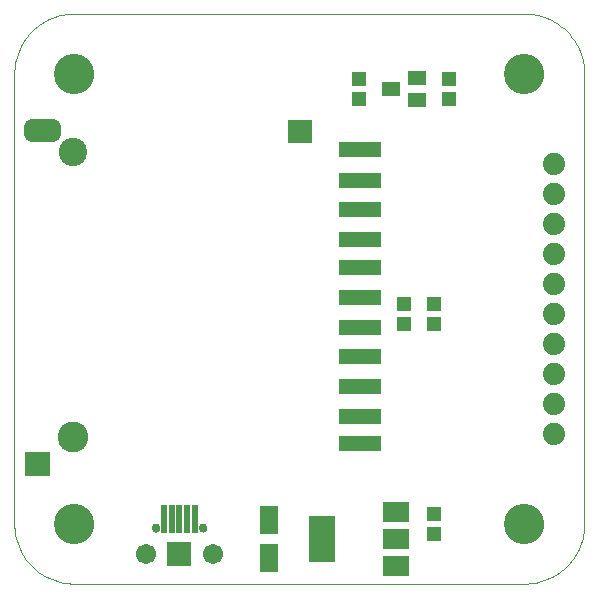
<source format=gts>
G75*
G70*
%OFA0B0*%
%FSLAX24Y24*%
%IPPOS*%
%LPD*%
%AMOC8*
5,1,8,0,0,1.08239X$1,22.5*
%
%ADD10C,0.0000*%
%ADD11C,0.0014*%
%ADD12C,0.0022*%
%ADD13C,0.0525*%
%ADD14C,0.0024*%
%ADD15C,0.1025*%
%ADD16C,0.0946*%
%ADD17R,0.0867X0.0671*%
%ADD18R,0.0867X0.1576*%
%ADD19R,0.0631X0.0946*%
%ADD20R,0.0474X0.0513*%
%ADD21C,0.1340*%
%ADD22R,0.0237X0.0966*%
%ADD23C,0.0297*%
%ADD24C,0.0674*%
%ADD25R,0.0828X0.0828*%
%ADD26C,0.0740*%
%ADD27R,0.0513X0.0474*%
%ADD28R,0.0631X0.0474*%
D10*
X000655Y002655D02*
X000655Y017655D01*
X002025Y017655D02*
X002027Y017705D01*
X002033Y017755D01*
X002043Y017804D01*
X002057Y017852D01*
X002074Y017899D01*
X002095Y017944D01*
X002120Y017988D01*
X002148Y018029D01*
X002180Y018068D01*
X002214Y018105D01*
X002251Y018139D01*
X002291Y018169D01*
X002333Y018196D01*
X002377Y018220D01*
X002423Y018241D01*
X002470Y018257D01*
X002518Y018270D01*
X002568Y018279D01*
X002617Y018284D01*
X002668Y018285D01*
X002718Y018282D01*
X002767Y018275D01*
X002816Y018264D01*
X002864Y018249D01*
X002910Y018231D01*
X002955Y018209D01*
X002998Y018183D01*
X003039Y018154D01*
X003078Y018122D01*
X003114Y018087D01*
X003146Y018049D01*
X003176Y018009D01*
X003203Y017966D01*
X003226Y017922D01*
X003245Y017876D01*
X003261Y017828D01*
X003273Y017779D01*
X003281Y017730D01*
X003285Y017680D01*
X003285Y017630D01*
X003281Y017580D01*
X003273Y017531D01*
X003261Y017482D01*
X003245Y017434D01*
X003226Y017388D01*
X003203Y017344D01*
X003176Y017301D01*
X003146Y017261D01*
X003114Y017223D01*
X003078Y017188D01*
X003039Y017156D01*
X002998Y017127D01*
X002955Y017101D01*
X002910Y017079D01*
X002864Y017061D01*
X002816Y017046D01*
X002767Y017035D01*
X002718Y017028D01*
X002668Y017025D01*
X002617Y017026D01*
X002568Y017031D01*
X002518Y017040D01*
X002470Y017053D01*
X002423Y017069D01*
X002377Y017090D01*
X002333Y017114D01*
X002291Y017141D01*
X002251Y017171D01*
X002214Y017205D01*
X002180Y017242D01*
X002148Y017281D01*
X002120Y017322D01*
X002095Y017366D01*
X002074Y017411D01*
X002057Y017458D01*
X002043Y017506D01*
X002033Y017555D01*
X002027Y017605D01*
X002025Y017655D01*
X000655Y017655D02*
X000657Y017750D01*
X000664Y017845D01*
X000675Y017940D01*
X000691Y018034D01*
X000711Y018127D01*
X000736Y018218D01*
X000765Y018309D01*
X000798Y018398D01*
X000836Y018486D01*
X000877Y018571D01*
X000923Y018655D01*
X000972Y018736D01*
X001026Y018815D01*
X001083Y018891D01*
X001144Y018965D01*
X001208Y019035D01*
X001275Y019102D01*
X001345Y019166D01*
X001419Y019227D01*
X001495Y019284D01*
X001574Y019338D01*
X001655Y019387D01*
X001739Y019433D01*
X001824Y019474D01*
X001912Y019512D01*
X002001Y019545D01*
X002092Y019574D01*
X002183Y019599D01*
X002276Y019619D01*
X002370Y019635D01*
X002465Y019646D01*
X002560Y019653D01*
X002655Y019655D01*
X017655Y019655D01*
X017025Y017655D02*
X017027Y017705D01*
X017033Y017755D01*
X017043Y017804D01*
X017057Y017852D01*
X017074Y017899D01*
X017095Y017944D01*
X017120Y017988D01*
X017148Y018029D01*
X017180Y018068D01*
X017214Y018105D01*
X017251Y018139D01*
X017291Y018169D01*
X017333Y018196D01*
X017377Y018220D01*
X017423Y018241D01*
X017470Y018257D01*
X017518Y018270D01*
X017568Y018279D01*
X017617Y018284D01*
X017668Y018285D01*
X017718Y018282D01*
X017767Y018275D01*
X017816Y018264D01*
X017864Y018249D01*
X017910Y018231D01*
X017955Y018209D01*
X017998Y018183D01*
X018039Y018154D01*
X018078Y018122D01*
X018114Y018087D01*
X018146Y018049D01*
X018176Y018009D01*
X018203Y017966D01*
X018226Y017922D01*
X018245Y017876D01*
X018261Y017828D01*
X018273Y017779D01*
X018281Y017730D01*
X018285Y017680D01*
X018285Y017630D01*
X018281Y017580D01*
X018273Y017531D01*
X018261Y017482D01*
X018245Y017434D01*
X018226Y017388D01*
X018203Y017344D01*
X018176Y017301D01*
X018146Y017261D01*
X018114Y017223D01*
X018078Y017188D01*
X018039Y017156D01*
X017998Y017127D01*
X017955Y017101D01*
X017910Y017079D01*
X017864Y017061D01*
X017816Y017046D01*
X017767Y017035D01*
X017718Y017028D01*
X017668Y017025D01*
X017617Y017026D01*
X017568Y017031D01*
X017518Y017040D01*
X017470Y017053D01*
X017423Y017069D01*
X017377Y017090D01*
X017333Y017114D01*
X017291Y017141D01*
X017251Y017171D01*
X017214Y017205D01*
X017180Y017242D01*
X017148Y017281D01*
X017120Y017322D01*
X017095Y017366D01*
X017074Y017411D01*
X017057Y017458D01*
X017043Y017506D01*
X017033Y017555D01*
X017027Y017605D01*
X017025Y017655D01*
X017655Y019655D02*
X017750Y019653D01*
X017845Y019646D01*
X017940Y019635D01*
X018034Y019619D01*
X018127Y019599D01*
X018218Y019574D01*
X018309Y019545D01*
X018398Y019512D01*
X018486Y019474D01*
X018571Y019433D01*
X018655Y019387D01*
X018736Y019338D01*
X018815Y019284D01*
X018891Y019227D01*
X018965Y019166D01*
X019035Y019102D01*
X019102Y019035D01*
X019166Y018965D01*
X019227Y018891D01*
X019284Y018815D01*
X019338Y018736D01*
X019387Y018655D01*
X019433Y018571D01*
X019474Y018486D01*
X019512Y018398D01*
X019545Y018309D01*
X019574Y018218D01*
X019599Y018127D01*
X019619Y018034D01*
X019635Y017940D01*
X019646Y017845D01*
X019653Y017750D01*
X019655Y017655D01*
X019655Y002655D01*
X017025Y002655D02*
X017027Y002705D01*
X017033Y002755D01*
X017043Y002804D01*
X017057Y002852D01*
X017074Y002899D01*
X017095Y002944D01*
X017120Y002988D01*
X017148Y003029D01*
X017180Y003068D01*
X017214Y003105D01*
X017251Y003139D01*
X017291Y003169D01*
X017333Y003196D01*
X017377Y003220D01*
X017423Y003241D01*
X017470Y003257D01*
X017518Y003270D01*
X017568Y003279D01*
X017617Y003284D01*
X017668Y003285D01*
X017718Y003282D01*
X017767Y003275D01*
X017816Y003264D01*
X017864Y003249D01*
X017910Y003231D01*
X017955Y003209D01*
X017998Y003183D01*
X018039Y003154D01*
X018078Y003122D01*
X018114Y003087D01*
X018146Y003049D01*
X018176Y003009D01*
X018203Y002966D01*
X018226Y002922D01*
X018245Y002876D01*
X018261Y002828D01*
X018273Y002779D01*
X018281Y002730D01*
X018285Y002680D01*
X018285Y002630D01*
X018281Y002580D01*
X018273Y002531D01*
X018261Y002482D01*
X018245Y002434D01*
X018226Y002388D01*
X018203Y002344D01*
X018176Y002301D01*
X018146Y002261D01*
X018114Y002223D01*
X018078Y002188D01*
X018039Y002156D01*
X017998Y002127D01*
X017955Y002101D01*
X017910Y002079D01*
X017864Y002061D01*
X017816Y002046D01*
X017767Y002035D01*
X017718Y002028D01*
X017668Y002025D01*
X017617Y002026D01*
X017568Y002031D01*
X017518Y002040D01*
X017470Y002053D01*
X017423Y002069D01*
X017377Y002090D01*
X017333Y002114D01*
X017291Y002141D01*
X017251Y002171D01*
X017214Y002205D01*
X017180Y002242D01*
X017148Y002281D01*
X017120Y002322D01*
X017095Y002366D01*
X017074Y002411D01*
X017057Y002458D01*
X017043Y002506D01*
X017033Y002555D01*
X017027Y002605D01*
X017025Y002655D01*
X017655Y000655D02*
X017750Y000657D01*
X017845Y000664D01*
X017940Y000675D01*
X018034Y000691D01*
X018127Y000711D01*
X018218Y000736D01*
X018309Y000765D01*
X018398Y000798D01*
X018486Y000836D01*
X018571Y000877D01*
X018655Y000923D01*
X018736Y000972D01*
X018815Y001026D01*
X018891Y001083D01*
X018965Y001144D01*
X019035Y001208D01*
X019102Y001275D01*
X019166Y001345D01*
X019227Y001419D01*
X019284Y001495D01*
X019338Y001574D01*
X019387Y001655D01*
X019433Y001739D01*
X019474Y001824D01*
X019512Y001912D01*
X019545Y002001D01*
X019574Y002092D01*
X019599Y002183D01*
X019619Y002276D01*
X019635Y002370D01*
X019646Y002465D01*
X019653Y002560D01*
X019655Y002655D01*
X017655Y000655D02*
X002655Y000655D01*
X002025Y002655D02*
X002027Y002705D01*
X002033Y002755D01*
X002043Y002804D01*
X002057Y002852D01*
X002074Y002899D01*
X002095Y002944D01*
X002120Y002988D01*
X002148Y003029D01*
X002180Y003068D01*
X002214Y003105D01*
X002251Y003139D01*
X002291Y003169D01*
X002333Y003196D01*
X002377Y003220D01*
X002423Y003241D01*
X002470Y003257D01*
X002518Y003270D01*
X002568Y003279D01*
X002617Y003284D01*
X002668Y003285D01*
X002718Y003282D01*
X002767Y003275D01*
X002816Y003264D01*
X002864Y003249D01*
X002910Y003231D01*
X002955Y003209D01*
X002998Y003183D01*
X003039Y003154D01*
X003078Y003122D01*
X003114Y003087D01*
X003146Y003049D01*
X003176Y003009D01*
X003203Y002966D01*
X003226Y002922D01*
X003245Y002876D01*
X003261Y002828D01*
X003273Y002779D01*
X003281Y002730D01*
X003285Y002680D01*
X003285Y002630D01*
X003281Y002580D01*
X003273Y002531D01*
X003261Y002482D01*
X003245Y002434D01*
X003226Y002388D01*
X003203Y002344D01*
X003176Y002301D01*
X003146Y002261D01*
X003114Y002223D01*
X003078Y002188D01*
X003039Y002156D01*
X002998Y002127D01*
X002955Y002101D01*
X002910Y002079D01*
X002864Y002061D01*
X002816Y002046D01*
X002767Y002035D01*
X002718Y002028D01*
X002668Y002025D01*
X002617Y002026D01*
X002568Y002031D01*
X002518Y002040D01*
X002470Y002053D01*
X002423Y002069D01*
X002377Y002090D01*
X002333Y002114D01*
X002291Y002141D01*
X002251Y002171D01*
X002214Y002205D01*
X002180Y002242D01*
X002148Y002281D01*
X002120Y002322D01*
X002095Y002366D01*
X002074Y002411D01*
X002057Y002458D01*
X002043Y002506D01*
X002033Y002555D01*
X002027Y002605D01*
X002025Y002655D01*
X000655Y002655D02*
X000657Y002560D01*
X000664Y002465D01*
X000675Y002370D01*
X000691Y002276D01*
X000711Y002183D01*
X000736Y002092D01*
X000765Y002001D01*
X000798Y001912D01*
X000836Y001824D01*
X000877Y001739D01*
X000923Y001655D01*
X000972Y001574D01*
X001026Y001495D01*
X001083Y001419D01*
X001144Y001345D01*
X001208Y001275D01*
X001275Y001208D01*
X001345Y001144D01*
X001419Y001083D01*
X001495Y001026D01*
X001574Y000972D01*
X001655Y000923D01*
X001739Y000877D01*
X001824Y000836D01*
X001912Y000798D01*
X002001Y000765D01*
X002092Y000736D01*
X002183Y000711D01*
X002276Y000691D01*
X002370Y000675D01*
X002465Y000664D01*
X002560Y000657D01*
X002655Y000655D01*
X005260Y002502D02*
X005262Y002522D01*
X005268Y002542D01*
X005277Y002560D01*
X005290Y002577D01*
X005305Y002590D01*
X005323Y002600D01*
X005343Y002607D01*
X005363Y002610D01*
X005383Y002609D01*
X005403Y002604D01*
X005422Y002596D01*
X005439Y002584D01*
X005453Y002569D01*
X005464Y002551D01*
X005472Y002532D01*
X005476Y002512D01*
X005476Y002492D01*
X005472Y002472D01*
X005464Y002453D01*
X005453Y002435D01*
X005439Y002420D01*
X005422Y002408D01*
X005403Y002400D01*
X005383Y002395D01*
X005363Y002394D01*
X005343Y002397D01*
X005323Y002404D01*
X005305Y002414D01*
X005290Y002427D01*
X005277Y002444D01*
X005268Y002462D01*
X005262Y002482D01*
X005260Y002502D01*
X006835Y002502D02*
X006837Y002522D01*
X006843Y002542D01*
X006852Y002560D01*
X006865Y002577D01*
X006880Y002590D01*
X006898Y002600D01*
X006918Y002607D01*
X006938Y002610D01*
X006958Y002609D01*
X006978Y002604D01*
X006997Y002596D01*
X007014Y002584D01*
X007028Y002569D01*
X007039Y002551D01*
X007047Y002532D01*
X007051Y002512D01*
X007051Y002492D01*
X007047Y002472D01*
X007039Y002453D01*
X007028Y002435D01*
X007014Y002420D01*
X006997Y002408D01*
X006978Y002400D01*
X006958Y002395D01*
X006938Y002394D01*
X006918Y002397D01*
X006898Y002404D01*
X006880Y002414D01*
X006865Y002427D01*
X006852Y002444D01*
X006843Y002462D01*
X006837Y002482D01*
X006835Y002502D01*
X002172Y015055D02*
X002174Y015096D01*
X002180Y015137D01*
X002190Y015177D01*
X002203Y015216D01*
X002220Y015253D01*
X002241Y015289D01*
X002265Y015323D01*
X002292Y015354D01*
X002321Y015382D01*
X002354Y015408D01*
X002388Y015430D01*
X002425Y015449D01*
X002463Y015464D01*
X002503Y015476D01*
X002543Y015484D01*
X002584Y015488D01*
X002626Y015488D01*
X002667Y015484D01*
X002707Y015476D01*
X002747Y015464D01*
X002785Y015449D01*
X002821Y015430D01*
X002856Y015408D01*
X002889Y015382D01*
X002918Y015354D01*
X002945Y015323D01*
X002969Y015289D01*
X002990Y015253D01*
X003007Y015216D01*
X003020Y015177D01*
X003030Y015137D01*
X003036Y015096D01*
X003038Y015055D01*
X003036Y015014D01*
X003030Y014973D01*
X003020Y014933D01*
X003007Y014894D01*
X002990Y014857D01*
X002969Y014821D01*
X002945Y014787D01*
X002918Y014756D01*
X002889Y014728D01*
X002856Y014702D01*
X002822Y014680D01*
X002785Y014661D01*
X002747Y014646D01*
X002707Y014634D01*
X002667Y014626D01*
X002626Y014622D01*
X002584Y014622D01*
X002543Y014626D01*
X002503Y014634D01*
X002463Y014646D01*
X002425Y014661D01*
X002389Y014680D01*
X002354Y014702D01*
X002321Y014728D01*
X002292Y014756D01*
X002265Y014787D01*
X002241Y014821D01*
X002220Y014857D01*
X002203Y014894D01*
X002190Y014933D01*
X002180Y014973D01*
X002174Y015014D01*
X002172Y015055D01*
D11*
X012838Y014927D02*
X012838Y015383D01*
X012838Y014927D02*
X011472Y014927D01*
X011472Y015383D01*
X012838Y015383D01*
X012838Y014940D02*
X011472Y014940D01*
X011472Y014953D02*
X012838Y014953D01*
X012838Y014966D02*
X011472Y014966D01*
X011472Y014979D02*
X012838Y014979D01*
X012838Y014992D02*
X011472Y014992D01*
X011472Y015005D02*
X012838Y015005D01*
X012838Y015018D02*
X011472Y015018D01*
X011472Y015031D02*
X012838Y015031D01*
X012838Y015044D02*
X011472Y015044D01*
X011472Y015057D02*
X012838Y015057D01*
X012838Y015070D02*
X011472Y015070D01*
X011472Y015083D02*
X012838Y015083D01*
X012838Y015096D02*
X011472Y015096D01*
X011472Y015109D02*
X012838Y015109D01*
X012838Y015122D02*
X011472Y015122D01*
X011472Y015135D02*
X012838Y015135D01*
X012838Y015148D02*
X011472Y015148D01*
X011472Y015161D02*
X012838Y015161D01*
X012838Y015174D02*
X011472Y015174D01*
X011472Y015187D02*
X012838Y015187D01*
X012838Y015200D02*
X011472Y015200D01*
X011472Y015213D02*
X012838Y015213D01*
X012838Y015226D02*
X011472Y015226D01*
X011472Y015239D02*
X012838Y015239D01*
X012838Y015252D02*
X011472Y015252D01*
X011472Y015265D02*
X012838Y015265D01*
X012838Y015278D02*
X011472Y015278D01*
X011472Y015291D02*
X012838Y015291D01*
X012838Y015304D02*
X011472Y015304D01*
X011472Y015317D02*
X012838Y015317D01*
X012838Y015330D02*
X011472Y015330D01*
X011472Y015343D02*
X012838Y015343D01*
X012838Y015356D02*
X011472Y015356D01*
X011472Y015369D02*
X012838Y015369D01*
X012838Y015382D02*
X011472Y015382D01*
X012838Y014333D02*
X012838Y013877D01*
X011472Y013877D01*
X011472Y014333D01*
X012838Y014333D01*
X012838Y013890D02*
X011472Y013890D01*
X011472Y013903D02*
X012838Y013903D01*
X012838Y013916D02*
X011472Y013916D01*
X011472Y013929D02*
X012838Y013929D01*
X012838Y013942D02*
X011472Y013942D01*
X011472Y013955D02*
X012838Y013955D01*
X012838Y013968D02*
X011472Y013968D01*
X011472Y013981D02*
X012838Y013981D01*
X012838Y013994D02*
X011472Y013994D01*
X011472Y014007D02*
X012838Y014007D01*
X012838Y014020D02*
X011472Y014020D01*
X011472Y014033D02*
X012838Y014033D01*
X012838Y014046D02*
X011472Y014046D01*
X011472Y014059D02*
X012838Y014059D01*
X012838Y014072D02*
X011472Y014072D01*
X011472Y014085D02*
X012838Y014085D01*
X012838Y014098D02*
X011472Y014098D01*
X011472Y014111D02*
X012838Y014111D01*
X012838Y014124D02*
X011472Y014124D01*
X011472Y014137D02*
X012838Y014137D01*
X012838Y014150D02*
X011472Y014150D01*
X011472Y014163D02*
X012838Y014163D01*
X012838Y014176D02*
X011472Y014176D01*
X011472Y014189D02*
X012838Y014189D01*
X012838Y014202D02*
X011472Y014202D01*
X011472Y014215D02*
X012838Y014215D01*
X012838Y014228D02*
X011472Y014228D01*
X011472Y014241D02*
X012838Y014241D01*
X012838Y014254D02*
X011472Y014254D01*
X011472Y014267D02*
X012838Y014267D01*
X012838Y014280D02*
X011472Y014280D01*
X011472Y014293D02*
X012838Y014293D01*
X012838Y014306D02*
X011472Y014306D01*
X011472Y014319D02*
X012838Y014319D01*
X012838Y014332D02*
X011472Y014332D01*
X012838Y013383D02*
X012838Y012927D01*
X011472Y012927D01*
X011472Y013383D01*
X012838Y013383D01*
X012838Y012940D02*
X011472Y012940D01*
X011472Y012953D02*
X012838Y012953D01*
X012838Y012966D02*
X011472Y012966D01*
X011472Y012979D02*
X012838Y012979D01*
X012838Y012992D02*
X011472Y012992D01*
X011472Y013005D02*
X012838Y013005D01*
X012838Y013018D02*
X011472Y013018D01*
X011472Y013031D02*
X012838Y013031D01*
X012838Y013044D02*
X011472Y013044D01*
X011472Y013057D02*
X012838Y013057D01*
X012838Y013070D02*
X011472Y013070D01*
X011472Y013083D02*
X012838Y013083D01*
X012838Y013096D02*
X011472Y013096D01*
X011472Y013109D02*
X012838Y013109D01*
X012838Y013122D02*
X011472Y013122D01*
X011472Y013135D02*
X012838Y013135D01*
X012838Y013148D02*
X011472Y013148D01*
X011472Y013161D02*
X012838Y013161D01*
X012838Y013174D02*
X011472Y013174D01*
X011472Y013187D02*
X012838Y013187D01*
X012838Y013200D02*
X011472Y013200D01*
X011472Y013213D02*
X012838Y013213D01*
X012838Y013226D02*
X011472Y013226D01*
X011472Y013239D02*
X012838Y013239D01*
X012838Y013252D02*
X011472Y013252D01*
X011472Y013265D02*
X012838Y013265D01*
X012838Y013278D02*
X011472Y013278D01*
X011472Y013291D02*
X012838Y013291D01*
X012838Y013304D02*
X011472Y013304D01*
X011472Y013317D02*
X012838Y013317D01*
X012838Y013330D02*
X011472Y013330D01*
X011472Y013343D02*
X012838Y013343D01*
X012838Y013356D02*
X011472Y013356D01*
X011472Y013369D02*
X012838Y013369D01*
X012838Y013382D02*
X011472Y013382D01*
X012838Y012383D02*
X012838Y011927D01*
X011472Y011927D01*
X011472Y012383D01*
X012838Y012383D01*
X012838Y011940D02*
X011472Y011940D01*
X011472Y011953D02*
X012838Y011953D01*
X012838Y011966D02*
X011472Y011966D01*
X011472Y011979D02*
X012838Y011979D01*
X012838Y011992D02*
X011472Y011992D01*
X011472Y012005D02*
X012838Y012005D01*
X012838Y012018D02*
X011472Y012018D01*
X011472Y012031D02*
X012838Y012031D01*
X012838Y012044D02*
X011472Y012044D01*
X011472Y012057D02*
X012838Y012057D01*
X012838Y012070D02*
X011472Y012070D01*
X011472Y012083D02*
X012838Y012083D01*
X012838Y012096D02*
X011472Y012096D01*
X011472Y012109D02*
X012838Y012109D01*
X012838Y012122D02*
X011472Y012122D01*
X011472Y012135D02*
X012838Y012135D01*
X012838Y012148D02*
X011472Y012148D01*
X011472Y012161D02*
X012838Y012161D01*
X012838Y012174D02*
X011472Y012174D01*
X011472Y012187D02*
X012838Y012187D01*
X012838Y012200D02*
X011472Y012200D01*
X011472Y012213D02*
X012838Y012213D01*
X012838Y012226D02*
X011472Y012226D01*
X011472Y012239D02*
X012838Y012239D01*
X012838Y012252D02*
X011472Y012252D01*
X011472Y012265D02*
X012838Y012265D01*
X012838Y012278D02*
X011472Y012278D01*
X011472Y012291D02*
X012838Y012291D01*
X012838Y012304D02*
X011472Y012304D01*
X011472Y012317D02*
X012838Y012317D01*
X012838Y012330D02*
X011472Y012330D01*
X011472Y012343D02*
X012838Y012343D01*
X012838Y012356D02*
X011472Y012356D01*
X011472Y012369D02*
X012838Y012369D01*
X012838Y012382D02*
X011472Y012382D01*
X012838Y011433D02*
X012838Y010977D01*
X011472Y010977D01*
X011472Y011433D01*
X012838Y011433D01*
X012838Y010990D02*
X011472Y010990D01*
X011472Y011003D02*
X012838Y011003D01*
X012838Y011016D02*
X011472Y011016D01*
X011472Y011029D02*
X012838Y011029D01*
X012838Y011042D02*
X011472Y011042D01*
X011472Y011055D02*
X012838Y011055D01*
X012838Y011068D02*
X011472Y011068D01*
X011472Y011081D02*
X012838Y011081D01*
X012838Y011094D02*
X011472Y011094D01*
X011472Y011107D02*
X012838Y011107D01*
X012838Y011120D02*
X011472Y011120D01*
X011472Y011133D02*
X012838Y011133D01*
X012838Y011146D02*
X011472Y011146D01*
X011472Y011159D02*
X012838Y011159D01*
X012838Y011172D02*
X011472Y011172D01*
X011472Y011185D02*
X012838Y011185D01*
X012838Y011198D02*
X011472Y011198D01*
X011472Y011211D02*
X012838Y011211D01*
X012838Y011224D02*
X011472Y011224D01*
X011472Y011237D02*
X012838Y011237D01*
X012838Y011250D02*
X011472Y011250D01*
X011472Y011263D02*
X012838Y011263D01*
X012838Y011276D02*
X011472Y011276D01*
X011472Y011289D02*
X012838Y011289D01*
X012838Y011302D02*
X011472Y011302D01*
X011472Y011315D02*
X012838Y011315D01*
X012838Y011328D02*
X011472Y011328D01*
X011472Y011341D02*
X012838Y011341D01*
X012838Y011354D02*
X011472Y011354D01*
X011472Y011367D02*
X012838Y011367D01*
X012838Y011380D02*
X011472Y011380D01*
X011472Y011393D02*
X012838Y011393D01*
X012838Y011406D02*
X011472Y011406D01*
X011472Y011419D02*
X012838Y011419D01*
X012838Y011432D02*
X011472Y011432D01*
X012838Y010433D02*
X012838Y009977D01*
X011472Y009977D01*
X011472Y010433D01*
X012838Y010433D01*
X012838Y009990D02*
X011472Y009990D01*
X011472Y010003D02*
X012838Y010003D01*
X012838Y010016D02*
X011472Y010016D01*
X011472Y010029D02*
X012838Y010029D01*
X012838Y010042D02*
X011472Y010042D01*
X011472Y010055D02*
X012838Y010055D01*
X012838Y010068D02*
X011472Y010068D01*
X011472Y010081D02*
X012838Y010081D01*
X012838Y010094D02*
X011472Y010094D01*
X011472Y010107D02*
X012838Y010107D01*
X012838Y010120D02*
X011472Y010120D01*
X011472Y010133D02*
X012838Y010133D01*
X012838Y010146D02*
X011472Y010146D01*
X011472Y010159D02*
X012838Y010159D01*
X012838Y010172D02*
X011472Y010172D01*
X011472Y010185D02*
X012838Y010185D01*
X012838Y010198D02*
X011472Y010198D01*
X011472Y010211D02*
X012838Y010211D01*
X012838Y010224D02*
X011472Y010224D01*
X011472Y010237D02*
X012838Y010237D01*
X012838Y010250D02*
X011472Y010250D01*
X011472Y010263D02*
X012838Y010263D01*
X012838Y010276D02*
X011472Y010276D01*
X011472Y010289D02*
X012838Y010289D01*
X012838Y010302D02*
X011472Y010302D01*
X011472Y010315D02*
X012838Y010315D01*
X012838Y010328D02*
X011472Y010328D01*
X011472Y010341D02*
X012838Y010341D01*
X012838Y010354D02*
X011472Y010354D01*
X011472Y010367D02*
X012838Y010367D01*
X012838Y010380D02*
X011472Y010380D01*
X011472Y010393D02*
X012838Y010393D01*
X012838Y010406D02*
X011472Y010406D01*
X011472Y010419D02*
X012838Y010419D01*
X012838Y010432D02*
X011472Y010432D01*
X012838Y009433D02*
X012838Y008977D01*
X011472Y008977D01*
X011472Y009433D01*
X012838Y009433D01*
X012838Y008990D02*
X011472Y008990D01*
X011472Y009003D02*
X012838Y009003D01*
X012838Y009016D02*
X011472Y009016D01*
X011472Y009029D02*
X012838Y009029D01*
X012838Y009042D02*
X011472Y009042D01*
X011472Y009055D02*
X012838Y009055D01*
X012838Y009068D02*
X011472Y009068D01*
X011472Y009081D02*
X012838Y009081D01*
X012838Y009094D02*
X011472Y009094D01*
X011472Y009107D02*
X012838Y009107D01*
X012838Y009120D02*
X011472Y009120D01*
X011472Y009133D02*
X012838Y009133D01*
X012838Y009146D02*
X011472Y009146D01*
X011472Y009159D02*
X012838Y009159D01*
X012838Y009172D02*
X011472Y009172D01*
X011472Y009185D02*
X012838Y009185D01*
X012838Y009198D02*
X011472Y009198D01*
X011472Y009211D02*
X012838Y009211D01*
X012838Y009224D02*
X011472Y009224D01*
X011472Y009237D02*
X012838Y009237D01*
X012838Y009250D02*
X011472Y009250D01*
X011472Y009263D02*
X012838Y009263D01*
X012838Y009276D02*
X011472Y009276D01*
X011472Y009289D02*
X012838Y009289D01*
X012838Y009302D02*
X011472Y009302D01*
X011472Y009315D02*
X012838Y009315D01*
X012838Y009328D02*
X011472Y009328D01*
X011472Y009341D02*
X012838Y009341D01*
X012838Y009354D02*
X011472Y009354D01*
X011472Y009367D02*
X012838Y009367D01*
X012838Y009380D02*
X011472Y009380D01*
X011472Y009393D02*
X012838Y009393D01*
X012838Y009406D02*
X011472Y009406D01*
X011472Y009419D02*
X012838Y009419D01*
X012838Y009432D02*
X011472Y009432D01*
X012838Y008483D02*
X012838Y008027D01*
X011472Y008027D01*
X011472Y008483D01*
X012838Y008483D01*
X012838Y008040D02*
X011472Y008040D01*
X011472Y008053D02*
X012838Y008053D01*
X012838Y008066D02*
X011472Y008066D01*
X011472Y008079D02*
X012838Y008079D01*
X012838Y008092D02*
X011472Y008092D01*
X011472Y008105D02*
X012838Y008105D01*
X012838Y008118D02*
X011472Y008118D01*
X011472Y008131D02*
X012838Y008131D01*
X012838Y008144D02*
X011472Y008144D01*
X011472Y008157D02*
X012838Y008157D01*
X012838Y008170D02*
X011472Y008170D01*
X011472Y008183D02*
X012838Y008183D01*
X012838Y008196D02*
X011472Y008196D01*
X011472Y008209D02*
X012838Y008209D01*
X012838Y008222D02*
X011472Y008222D01*
X011472Y008235D02*
X012838Y008235D01*
X012838Y008248D02*
X011472Y008248D01*
X011472Y008261D02*
X012838Y008261D01*
X012838Y008274D02*
X011472Y008274D01*
X011472Y008287D02*
X012838Y008287D01*
X012838Y008300D02*
X011472Y008300D01*
X011472Y008313D02*
X012838Y008313D01*
X012838Y008326D02*
X011472Y008326D01*
X011472Y008339D02*
X012838Y008339D01*
X012838Y008352D02*
X011472Y008352D01*
X011472Y008365D02*
X012838Y008365D01*
X012838Y008378D02*
X011472Y008378D01*
X011472Y008391D02*
X012838Y008391D01*
X012838Y008404D02*
X011472Y008404D01*
X011472Y008417D02*
X012838Y008417D01*
X012838Y008430D02*
X011472Y008430D01*
X011472Y008443D02*
X012838Y008443D01*
X012838Y008456D02*
X011472Y008456D01*
X011472Y008469D02*
X012838Y008469D01*
X012838Y008482D02*
X011472Y008482D01*
X012838Y007483D02*
X012838Y007027D01*
X011472Y007027D01*
X011472Y007483D01*
X012838Y007483D01*
X012838Y007040D02*
X011472Y007040D01*
X011472Y007053D02*
X012838Y007053D01*
X012838Y007066D02*
X011472Y007066D01*
X011472Y007079D02*
X012838Y007079D01*
X012838Y007092D02*
X011472Y007092D01*
X011472Y007105D02*
X012838Y007105D01*
X012838Y007118D02*
X011472Y007118D01*
X011472Y007131D02*
X012838Y007131D01*
X012838Y007144D02*
X011472Y007144D01*
X011472Y007157D02*
X012838Y007157D01*
X012838Y007170D02*
X011472Y007170D01*
X011472Y007183D02*
X012838Y007183D01*
X012838Y007196D02*
X011472Y007196D01*
X011472Y007209D02*
X012838Y007209D01*
X012838Y007222D02*
X011472Y007222D01*
X011472Y007235D02*
X012838Y007235D01*
X012838Y007248D02*
X011472Y007248D01*
X011472Y007261D02*
X012838Y007261D01*
X012838Y007274D02*
X011472Y007274D01*
X011472Y007287D02*
X012838Y007287D01*
X012838Y007300D02*
X011472Y007300D01*
X011472Y007313D02*
X012838Y007313D01*
X012838Y007326D02*
X011472Y007326D01*
X011472Y007339D02*
X012838Y007339D01*
X012838Y007352D02*
X011472Y007352D01*
X011472Y007365D02*
X012838Y007365D01*
X012838Y007378D02*
X011472Y007378D01*
X011472Y007391D02*
X012838Y007391D01*
X012838Y007404D02*
X011472Y007404D01*
X011472Y007417D02*
X012838Y007417D01*
X012838Y007430D02*
X011472Y007430D01*
X011472Y007443D02*
X012838Y007443D01*
X012838Y007456D02*
X011472Y007456D01*
X011472Y007469D02*
X012838Y007469D01*
X012838Y007482D02*
X011472Y007482D01*
X012838Y006483D02*
X012838Y006027D01*
X011472Y006027D01*
X011472Y006483D01*
X012838Y006483D01*
X012838Y006040D02*
X011472Y006040D01*
X011472Y006053D02*
X012838Y006053D01*
X012838Y006066D02*
X011472Y006066D01*
X011472Y006079D02*
X012838Y006079D01*
X012838Y006092D02*
X011472Y006092D01*
X011472Y006105D02*
X012838Y006105D01*
X012838Y006118D02*
X011472Y006118D01*
X011472Y006131D02*
X012838Y006131D01*
X012838Y006144D02*
X011472Y006144D01*
X011472Y006157D02*
X012838Y006157D01*
X012838Y006170D02*
X011472Y006170D01*
X011472Y006183D02*
X012838Y006183D01*
X012838Y006196D02*
X011472Y006196D01*
X011472Y006209D02*
X012838Y006209D01*
X012838Y006222D02*
X011472Y006222D01*
X011472Y006235D02*
X012838Y006235D01*
X012838Y006248D02*
X011472Y006248D01*
X011472Y006261D02*
X012838Y006261D01*
X012838Y006274D02*
X011472Y006274D01*
X011472Y006287D02*
X012838Y006287D01*
X012838Y006300D02*
X011472Y006300D01*
X011472Y006313D02*
X012838Y006313D01*
X012838Y006326D02*
X011472Y006326D01*
X011472Y006339D02*
X012838Y006339D01*
X012838Y006352D02*
X011472Y006352D01*
X011472Y006365D02*
X012838Y006365D01*
X012838Y006378D02*
X011472Y006378D01*
X011472Y006391D02*
X012838Y006391D01*
X012838Y006404D02*
X011472Y006404D01*
X011472Y006417D02*
X012838Y006417D01*
X012838Y006430D02*
X011472Y006430D01*
X011472Y006443D02*
X012838Y006443D01*
X012838Y006456D02*
X011472Y006456D01*
X011472Y006469D02*
X012838Y006469D01*
X012838Y006482D02*
X011472Y006482D01*
X011472Y005583D02*
X011472Y005127D01*
X011472Y005583D02*
X012838Y005583D01*
X012838Y005127D01*
X011472Y005127D01*
X011472Y005140D02*
X012838Y005140D01*
X012838Y005153D02*
X011472Y005153D01*
X011472Y005166D02*
X012838Y005166D01*
X012838Y005179D02*
X011472Y005179D01*
X011472Y005192D02*
X012838Y005192D01*
X012838Y005205D02*
X011472Y005205D01*
X011472Y005218D02*
X012838Y005218D01*
X012838Y005231D02*
X011472Y005231D01*
X011472Y005244D02*
X012838Y005244D01*
X012838Y005257D02*
X011472Y005257D01*
X011472Y005270D02*
X012838Y005270D01*
X012838Y005283D02*
X011472Y005283D01*
X011472Y005296D02*
X012838Y005296D01*
X012838Y005309D02*
X011472Y005309D01*
X011472Y005322D02*
X012838Y005322D01*
X012838Y005335D02*
X011472Y005335D01*
X011472Y005348D02*
X012838Y005348D01*
X012838Y005361D02*
X011472Y005361D01*
X011472Y005374D02*
X012838Y005374D01*
X012838Y005387D02*
X011472Y005387D01*
X011472Y005400D02*
X012838Y005400D01*
X012838Y005413D02*
X011472Y005413D01*
X011472Y005426D02*
X012838Y005426D01*
X012838Y005439D02*
X011472Y005439D01*
X011472Y005452D02*
X012838Y005452D01*
X012838Y005465D02*
X011472Y005465D01*
X011472Y005478D02*
X012838Y005478D01*
X012838Y005491D02*
X011472Y005491D01*
X011472Y005504D02*
X012838Y005504D01*
X012838Y005517D02*
X011472Y005517D01*
X011472Y005530D02*
X012838Y005530D01*
X012838Y005543D02*
X011472Y005543D01*
X011472Y005556D02*
X012838Y005556D01*
X012838Y005569D02*
X011472Y005569D01*
X011472Y005582D02*
X012838Y005582D01*
D12*
X009771Y015391D02*
X009771Y016119D01*
X010539Y016119D01*
X010539Y015391D01*
X009771Y015391D01*
X009771Y015412D02*
X010539Y015412D01*
X010539Y015433D02*
X009771Y015433D01*
X009771Y015454D02*
X010539Y015454D01*
X010539Y015475D02*
X009771Y015475D01*
X009771Y015496D02*
X010539Y015496D01*
X010539Y015517D02*
X009771Y015517D01*
X009771Y015538D02*
X010539Y015538D01*
X010539Y015559D02*
X009771Y015559D01*
X009771Y015580D02*
X010539Y015580D01*
X010539Y015601D02*
X009771Y015601D01*
X009771Y015622D02*
X010539Y015622D01*
X010539Y015643D02*
X009771Y015643D01*
X009771Y015664D02*
X010539Y015664D01*
X010539Y015685D02*
X009771Y015685D01*
X009771Y015706D02*
X010539Y015706D01*
X010539Y015727D02*
X009771Y015727D01*
X009771Y015748D02*
X010539Y015748D01*
X010539Y015769D02*
X009771Y015769D01*
X009771Y015790D02*
X010539Y015790D01*
X010539Y015811D02*
X009771Y015811D01*
X009771Y015832D02*
X010539Y015832D01*
X010539Y015853D02*
X009771Y015853D01*
X009771Y015874D02*
X010539Y015874D01*
X010539Y015895D02*
X009771Y015895D01*
X009771Y015916D02*
X010539Y015916D01*
X010539Y015937D02*
X009771Y015937D01*
X009771Y015958D02*
X010539Y015958D01*
X010539Y015979D02*
X009771Y015979D01*
X009771Y016000D02*
X010539Y016000D01*
X010539Y016021D02*
X009771Y016021D01*
X009771Y016042D02*
X010539Y016042D01*
X010539Y016063D02*
X009771Y016063D01*
X009771Y016084D02*
X010539Y016084D01*
X010539Y016105D02*
X009771Y016105D01*
D13*
X001257Y015868D02*
X001257Y015642D01*
X001257Y015868D02*
X001953Y015868D01*
X001953Y015642D01*
X001257Y015642D01*
D14*
X001002Y005038D02*
X001002Y004272D01*
X001002Y005038D02*
X001808Y005038D01*
X001808Y004272D01*
X001002Y004272D01*
X001002Y004295D02*
X001808Y004295D01*
X001808Y004318D02*
X001002Y004318D01*
X001002Y004341D02*
X001808Y004341D01*
X001808Y004364D02*
X001002Y004364D01*
X001002Y004387D02*
X001808Y004387D01*
X001808Y004410D02*
X001002Y004410D01*
X001002Y004433D02*
X001808Y004433D01*
X001808Y004456D02*
X001002Y004456D01*
X001002Y004479D02*
X001808Y004479D01*
X001808Y004502D02*
X001002Y004502D01*
X001002Y004525D02*
X001808Y004525D01*
X001808Y004548D02*
X001002Y004548D01*
X001002Y004571D02*
X001808Y004571D01*
X001808Y004594D02*
X001002Y004594D01*
X001002Y004617D02*
X001808Y004617D01*
X001808Y004640D02*
X001002Y004640D01*
X001002Y004663D02*
X001808Y004663D01*
X001808Y004686D02*
X001002Y004686D01*
X001002Y004709D02*
X001808Y004709D01*
X001808Y004732D02*
X001002Y004732D01*
X001002Y004755D02*
X001808Y004755D01*
X001808Y004778D02*
X001002Y004778D01*
X001002Y004801D02*
X001808Y004801D01*
X001808Y004824D02*
X001002Y004824D01*
X001002Y004847D02*
X001808Y004847D01*
X001808Y004870D02*
X001002Y004870D01*
X001002Y004893D02*
X001808Y004893D01*
X001808Y004916D02*
X001002Y004916D01*
X001002Y004939D02*
X001808Y004939D01*
X001808Y004962D02*
X001002Y004962D01*
X001002Y004985D02*
X001808Y004985D01*
X001808Y005008D02*
X001002Y005008D01*
X001002Y005031D02*
X001808Y005031D01*
D15*
X002605Y005555D03*
D16*
X002605Y015055D03*
D17*
X013395Y003061D03*
X013395Y002155D03*
X013395Y001250D03*
D18*
X010915Y002155D03*
D19*
X009155Y001525D03*
X009155Y002785D03*
D20*
X014655Y002990D03*
X014655Y002320D03*
X014655Y009320D03*
X014655Y009990D03*
X013655Y009990D03*
X013655Y009320D03*
X012155Y016820D03*
X012155Y017490D03*
D21*
X017655Y017655D03*
X017655Y002655D03*
X002655Y002655D03*
X002655Y017655D03*
D22*
X005643Y002807D03*
X005899Y002807D03*
X006155Y002807D03*
X006411Y002807D03*
X006667Y002807D03*
D23*
X006943Y002502D03*
X005368Y002502D03*
D24*
X005043Y001655D03*
X007267Y001655D03*
D25*
X006155Y001655D03*
D26*
X018655Y005655D03*
X018655Y006655D03*
X018655Y007655D03*
X018655Y008655D03*
X018655Y009655D03*
X018655Y010655D03*
X018655Y011655D03*
X018655Y012655D03*
X018655Y013655D03*
X018655Y014655D03*
D27*
X015155Y016820D03*
X015155Y017490D03*
D28*
X014088Y017529D03*
X014088Y016781D03*
X013222Y017155D03*
M02*

</source>
